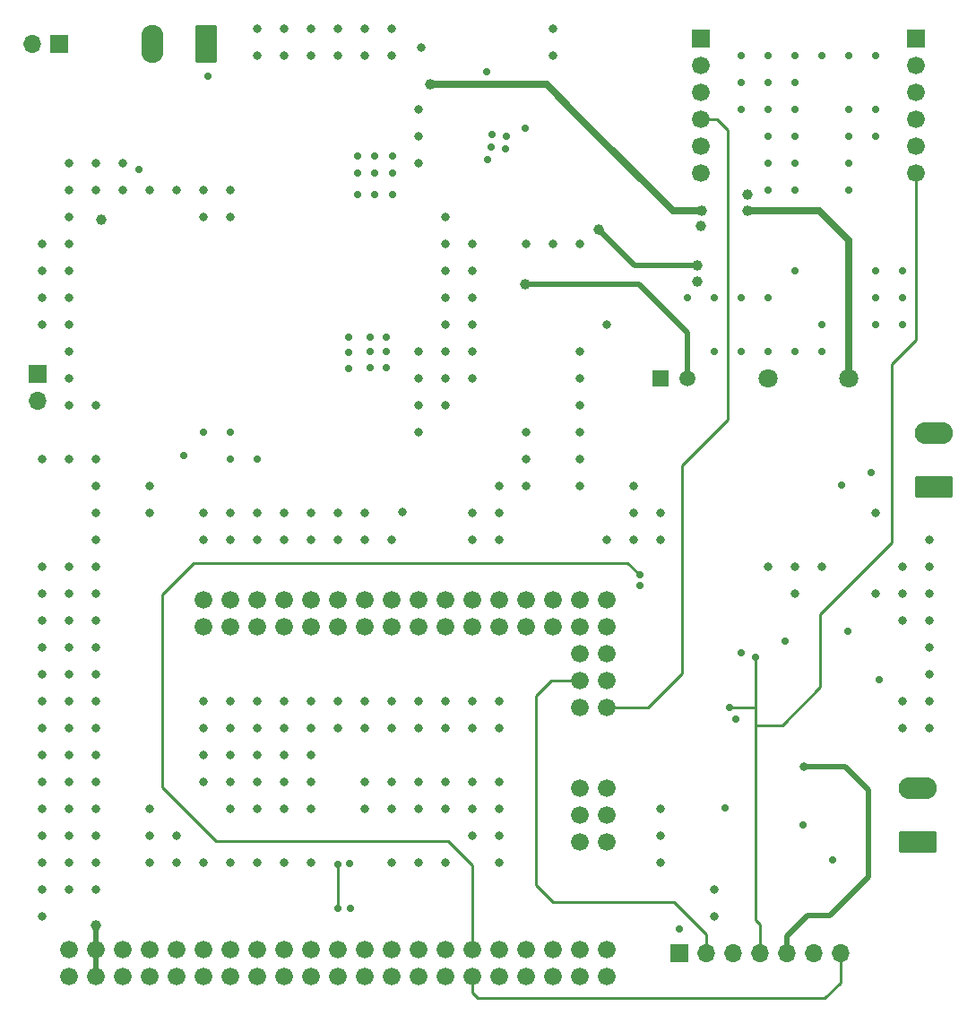
<source format=gbl>
G04 #@! TF.GenerationSoftware,KiCad,Pcbnew,(6.0.11)*
G04 #@! TF.CreationDate,2023-08-29T13:20:49-05:00*
G04 #@! TF.ProjectId,MB,4d422e6b-6963-4616-945f-706362585858,rev?*
G04 #@! TF.SameCoordinates,Original*
G04 #@! TF.FileFunction,Copper,L4,Bot*
G04 #@! TF.FilePolarity,Positive*
%FSLAX46Y46*%
G04 Gerber Fmt 4.6, Leading zero omitted, Abs format (unit mm)*
G04 Created by KiCad (PCBNEW (6.0.11)) date 2023-08-29 13:20:49*
%MOMM*%
%LPD*%
G01*
G04 APERTURE LIST*
G04 Aperture macros list*
%AMRoundRect*
0 Rectangle with rounded corners*
0 $1 Rounding radius*
0 $2 $3 $4 $5 $6 $7 $8 $9 X,Y pos of 4 corners*
0 Add a 4 corners polygon primitive as box body*
4,1,4,$2,$3,$4,$5,$6,$7,$8,$9,$2,$3,0*
0 Add four circle primitives for the rounded corners*
1,1,$1+$1,$2,$3*
1,1,$1+$1,$4,$5*
1,1,$1+$1,$6,$7*
1,1,$1+$1,$8,$9*
0 Add four rect primitives between the rounded corners*
20,1,$1+$1,$2,$3,$4,$5,0*
20,1,$1+$1,$4,$5,$6,$7,0*
20,1,$1+$1,$6,$7,$8,$9,0*
20,1,$1+$1,$8,$9,$2,$3,0*%
G04 Aperture macros list end*
G04 #@! TA.AperFunction,ComponentPad*
%ADD10R,1.700000X1.700000*%
G04 #@! TD*
G04 #@! TA.AperFunction,ComponentPad*
%ADD11O,1.700000X1.700000*%
G04 #@! TD*
G04 #@! TA.AperFunction,ComponentPad*
%ADD12RoundRect,0.249999X1.550001X-0.790001X1.550001X0.790001X-1.550001X0.790001X-1.550001X-0.790001X0*%
G04 #@! TD*
G04 #@! TA.AperFunction,ComponentPad*
%ADD13O,3.600000X2.080000*%
G04 #@! TD*
G04 #@! TA.AperFunction,ComponentPad*
%ADD14RoundRect,0.249999X0.790001X1.550001X-0.790001X1.550001X-0.790001X-1.550001X0.790001X-1.550001X0*%
G04 #@! TD*
G04 #@! TA.AperFunction,ComponentPad*
%ADD15O,2.080000X3.600000*%
G04 #@! TD*
G04 #@! TA.AperFunction,ComponentPad*
%ADD16R,1.508000X1.508000*%
G04 #@! TD*
G04 #@! TA.AperFunction,ComponentPad*
%ADD17C,1.508000*%
G04 #@! TD*
G04 #@! TA.AperFunction,ComponentPad*
%ADD18C,1.800000*%
G04 #@! TD*
G04 #@! TA.AperFunction,ComponentPad*
%ADD19C,1.676400*%
G04 #@! TD*
G04 #@! TA.AperFunction,ComponentPad*
%ADD20R,1.680000X1.680000*%
G04 #@! TD*
G04 #@! TA.AperFunction,ComponentPad*
%ADD21C,1.680000*%
G04 #@! TD*
G04 #@! TA.AperFunction,ViaPad*
%ADD22C,0.700000*%
G04 #@! TD*
G04 #@! TA.AperFunction,ViaPad*
%ADD23C,1.000000*%
G04 #@! TD*
G04 #@! TA.AperFunction,ViaPad*
%ADD24C,0.800000*%
G04 #@! TD*
G04 #@! TA.AperFunction,Conductor*
%ADD25C,0.500000*%
G04 #@! TD*
G04 #@! TA.AperFunction,Conductor*
%ADD26C,0.700000*%
G04 #@! TD*
G04 #@! TA.AperFunction,Conductor*
%ADD27C,0.293370*%
G04 #@! TD*
G04 APERTURE END LIST*
D10*
X192252600Y-117729000D03*
D11*
X194792600Y-117729000D03*
X197332600Y-117729000D03*
X199872600Y-117729000D03*
X202412600Y-117729000D03*
X204952600Y-117729000D03*
X207492600Y-117729000D03*
D12*
X216370400Y-73736200D03*
D13*
X216370400Y-68656200D03*
D14*
X147548600Y-31851600D03*
D15*
X142468600Y-31851600D03*
D16*
X190512400Y-63500200D03*
D17*
X193052400Y-63500200D03*
D18*
X200672400Y-63500200D03*
X208292400Y-63500200D03*
D19*
X142262200Y-119964200D03*
X142262200Y-117424200D03*
X139722200Y-119964200D03*
X139722200Y-117424200D03*
X185442200Y-102184200D03*
X147342200Y-84404200D03*
X147342200Y-86944200D03*
X149882200Y-84404200D03*
X149882200Y-86944200D03*
X152422200Y-84404200D03*
X152422200Y-86944200D03*
X154962200Y-84404200D03*
X154962200Y-86944200D03*
X157502200Y-84404200D03*
X157502200Y-86944200D03*
X160042200Y-84404200D03*
X160042200Y-86944200D03*
X162582200Y-84404200D03*
X162582200Y-86944200D03*
X165122200Y-84404200D03*
X165122200Y-86944200D03*
X144802200Y-117424200D03*
X149882200Y-117424200D03*
X149882200Y-119964200D03*
X152422200Y-117424200D03*
X152422200Y-119964200D03*
X154962200Y-117424200D03*
X154962200Y-119964200D03*
X157502200Y-117424200D03*
X157502200Y-119964200D03*
X160042200Y-117424200D03*
X160042200Y-119964200D03*
X162582200Y-117424200D03*
X162582200Y-119964200D03*
X165122200Y-117424200D03*
X165122200Y-119964200D03*
X167662200Y-117424200D03*
X167662200Y-119964200D03*
X170202200Y-117424200D03*
X170202200Y-119964200D03*
X172742200Y-117424200D03*
X172742200Y-119964200D03*
X175282200Y-117424200D03*
X175282200Y-119964200D03*
X177822200Y-117424200D03*
X177822200Y-119964200D03*
X180362200Y-117424200D03*
X180362200Y-119964200D03*
X182902200Y-117424200D03*
X182902200Y-119964200D03*
X185442200Y-117424200D03*
X185442200Y-119964200D03*
X167662200Y-84404200D03*
X167662200Y-86944200D03*
X170202200Y-84404200D03*
X170202200Y-86944200D03*
X172742200Y-84404200D03*
X172742200Y-86944200D03*
X175282200Y-84404200D03*
X175282200Y-86944200D03*
X177822200Y-84404200D03*
X177822200Y-86944200D03*
X180362200Y-84404200D03*
X180362200Y-86944200D03*
X182902200Y-84404200D03*
X182902200Y-86944200D03*
X185442200Y-84404200D03*
X185442200Y-86944200D03*
X185442200Y-89484200D03*
X182902200Y-89484200D03*
X185442200Y-92024200D03*
X182902200Y-92024200D03*
X185442200Y-94564200D03*
X182902200Y-94564200D03*
X137182200Y-119964200D03*
X137182200Y-117424200D03*
X185442200Y-107264200D03*
X182902200Y-102184200D03*
X185442200Y-104724200D03*
X182902200Y-107264200D03*
X144802200Y-119964200D03*
X147342200Y-117424200D03*
X182902200Y-104724200D03*
X147342200Y-119964200D03*
X134642200Y-119964200D03*
X134642200Y-117424200D03*
D12*
X214821000Y-107238800D03*
D13*
X214821000Y-102158800D03*
D20*
X194305200Y-31343400D03*
D21*
X194305200Y-33883400D03*
X194305200Y-36423400D03*
X194305200Y-38963400D03*
X194305200Y-41503400D03*
X194305200Y-44043400D03*
D20*
X214625200Y-31343400D03*
D21*
X214625200Y-33883400D03*
X214625200Y-36423400D03*
X214625200Y-38963400D03*
X214625200Y-41503400D03*
X214625200Y-44043400D03*
D10*
X133700200Y-31851600D03*
D11*
X131160200Y-31851600D03*
D10*
X131648200Y-63017400D03*
D11*
X131648200Y-65557400D03*
D22*
X203987400Y-105638600D03*
D23*
X198704200Y-47650400D03*
X168732200Y-35712400D03*
X194386200Y-47650400D03*
D24*
X215900000Y-91440000D03*
X182880000Y-68580000D03*
X149860000Y-93980000D03*
X134620000Y-55880000D03*
X137160000Y-66040000D03*
X165100000Y-109220000D03*
X157480000Y-93980000D03*
X160020000Y-78740000D03*
D22*
X196596000Y-104038400D03*
D24*
X213360000Y-96520000D03*
X157480000Y-78740000D03*
X167640000Y-40640000D03*
D22*
X200660000Y-60960000D03*
X208280000Y-43180000D03*
D24*
X147320000Y-109220000D03*
X147320000Y-99060000D03*
X203200000Y-83820000D03*
X154940000Y-96520000D03*
X132080000Y-101600000D03*
X182880000Y-73660000D03*
X215900000Y-93980000D03*
D22*
X193040000Y-55880000D03*
D24*
X137160000Y-111760000D03*
X162560000Y-104140000D03*
D22*
X163068000Y-60909200D03*
D24*
X213360000Y-93980000D03*
X170180000Y-101600000D03*
X215900000Y-83820000D03*
X167640000Y-43180000D03*
X157480000Y-99060000D03*
X187960000Y-76200000D03*
X147320000Y-45720000D03*
X162560000Y-33020000D03*
X132080000Y-104140000D03*
X147320000Y-48260000D03*
D22*
X200660000Y-38100000D03*
D24*
X172720000Y-53340000D03*
X154940000Y-30480000D03*
X170180000Y-48260000D03*
D22*
X161036000Y-61010800D03*
D23*
X137134600Y-115112800D03*
D24*
X132080000Y-96520000D03*
X134620000Y-104140000D03*
X132080000Y-81280000D03*
X157480000Y-101600000D03*
X154940000Y-109220000D03*
D22*
X203200000Y-60960000D03*
D24*
X162560000Y-101600000D03*
X132080000Y-50800000D03*
X172720000Y-101600000D03*
X170180000Y-53340000D03*
D22*
X174599600Y-40436800D03*
D24*
X167640000Y-93980000D03*
D22*
X161899600Y-44094400D03*
D24*
X182880000Y-66040000D03*
X132080000Y-99060000D03*
D22*
X203200000Y-35560000D03*
D24*
X157480000Y-104140000D03*
X134620000Y-45720000D03*
D23*
X193979800Y-54305200D03*
D24*
X165100000Y-30480000D03*
X134620000Y-86360000D03*
X190500000Y-104140000D03*
D23*
X198755000Y-46075600D03*
D24*
X157480000Y-109220000D03*
X190500000Y-76200000D03*
D22*
X192252600Y-115443000D03*
X200660000Y-35560000D03*
D24*
X182880000Y-60960000D03*
X139700000Y-45720000D03*
X203200000Y-81280000D03*
D22*
X205740000Y-60960000D03*
D24*
X167640000Y-68580000D03*
D22*
X174091600Y-34493200D03*
D24*
X175260000Y-93980000D03*
X167640000Y-101600000D03*
D22*
X141274800Y-43738800D03*
D24*
X134620000Y-60960000D03*
X213360000Y-81280000D03*
X144780000Y-106680000D03*
X149860000Y-101600000D03*
X182880000Y-71120000D03*
D22*
X208280000Y-38100000D03*
D24*
X177800000Y-71120000D03*
X170180000Y-63500000D03*
X132080000Y-71120000D03*
D22*
X164592000Y-62433200D03*
X200660000Y-45720000D03*
D24*
X152400000Y-30480000D03*
X162560000Y-93980000D03*
D22*
X174498000Y-41656000D03*
D24*
X149860000Y-99060000D03*
X167944800Y-32207200D03*
D22*
X200660000Y-33020000D03*
D24*
X132080000Y-111760000D03*
X142240000Y-76200000D03*
X160020000Y-33020000D03*
D22*
X208280000Y-33020000D03*
X207619600Y-73558400D03*
X211201000Y-91948000D03*
X164592000Y-59588400D03*
X210820000Y-58420000D03*
D24*
X137160000Y-81280000D03*
X147320000Y-78740000D03*
X177800000Y-73660000D03*
X142240000Y-73660000D03*
D22*
X147320000Y-68580000D03*
D24*
X142240000Y-45720000D03*
X154940000Y-99060000D03*
X167640000Y-104140000D03*
X213360000Y-86360000D03*
X177800000Y-68580000D03*
X172720000Y-55880000D03*
X162560000Y-76200000D03*
X134620000Y-83820000D03*
X134620000Y-58420000D03*
X187960000Y-73660000D03*
X167640000Y-96520000D03*
D22*
X210820000Y-38100000D03*
D24*
X132080000Y-93980000D03*
X137160000Y-88900000D03*
D22*
X197612000Y-95605600D03*
D24*
X149860000Y-96520000D03*
D22*
X208229200Y-87376000D03*
X175869600Y-41808400D03*
D24*
X152400000Y-99060000D03*
X149860000Y-76200000D03*
X172720000Y-50800000D03*
X137160000Y-83820000D03*
X157480000Y-76200000D03*
X134620000Y-43180000D03*
X154940000Y-76200000D03*
D22*
X200660000Y-40640000D03*
D24*
X132080000Y-86360000D03*
X172720000Y-63500000D03*
D22*
X165201600Y-42468800D03*
D24*
X152400000Y-93980000D03*
X175260000Y-106680000D03*
X182880000Y-63500000D03*
D22*
X213360000Y-55880000D03*
D24*
X170180000Y-50800000D03*
X170180000Y-109220000D03*
X162560000Y-30480000D03*
X132080000Y-91440000D03*
X134620000Y-66040000D03*
X154940000Y-93980000D03*
D22*
X203200000Y-45720000D03*
D24*
X167640000Y-66040000D03*
X134620000Y-48260000D03*
X175260000Y-78740000D03*
D22*
X213360000Y-58420000D03*
X161899600Y-42468800D03*
D24*
X162560000Y-78740000D03*
D22*
X163474400Y-46075600D03*
D24*
X137160000Y-73660000D03*
D22*
X195580000Y-60960000D03*
D24*
X175260000Y-73660000D03*
X137160000Y-76200000D03*
X147320000Y-96520000D03*
X134620000Y-53340000D03*
X134620000Y-91440000D03*
X165100000Y-78740000D03*
X152400000Y-76200000D03*
X154940000Y-78740000D03*
X137160000Y-93980000D03*
X152400000Y-96520000D03*
X137160000Y-109220000D03*
X154940000Y-104140000D03*
X165100000Y-33020000D03*
D22*
X175920400Y-40640000D03*
D24*
X172720000Y-106680000D03*
X134620000Y-93980000D03*
D22*
X203200000Y-38100000D03*
X208280000Y-45720000D03*
X188595000Y-83058000D03*
X210820000Y-40640000D03*
D24*
X137160000Y-45720000D03*
X132080000Y-55880000D03*
D22*
X200660000Y-43180000D03*
D24*
X167640000Y-60960000D03*
D22*
X203200000Y-40640000D03*
D24*
X210820000Y-83820000D03*
X187960000Y-78740000D03*
X132080000Y-114300000D03*
D22*
X205740000Y-58420000D03*
D24*
X215900000Y-81280000D03*
X144780000Y-45720000D03*
X170180000Y-93980000D03*
X170180000Y-60960000D03*
X172720000Y-93980000D03*
D22*
X198120000Y-38100000D03*
D24*
X172720000Y-58420000D03*
D22*
X149860000Y-68580000D03*
D24*
X132080000Y-58420000D03*
X134620000Y-109220000D03*
X195580000Y-114300000D03*
D22*
X208280000Y-40640000D03*
X210820000Y-33020000D03*
D23*
X194335400Y-49098200D03*
D22*
X163068000Y-59588400D03*
D24*
X170180000Y-96520000D03*
D22*
X164592000Y-60909200D03*
X200660000Y-55880000D03*
D24*
X149860000Y-104140000D03*
X139700000Y-43180000D03*
X132080000Y-83820000D03*
D22*
X198120000Y-55880000D03*
D24*
X195580000Y-111760000D03*
D22*
X213360000Y-53340000D03*
D24*
X180340000Y-33020000D03*
X157480000Y-30480000D03*
X147320000Y-101600000D03*
X185420000Y-78740000D03*
D22*
X198120000Y-60960000D03*
D24*
X134620000Y-50800000D03*
X154940000Y-33020000D03*
X215900000Y-86360000D03*
X137160000Y-101600000D03*
D22*
X161036000Y-62534800D03*
D24*
X147320000Y-76200000D03*
X160020000Y-76200000D03*
X167640000Y-109220000D03*
X175260000Y-104140000D03*
X182880000Y-50800000D03*
X134620000Y-88900000D03*
X149860000Y-78740000D03*
X132080000Y-53340000D03*
X137160000Y-96520000D03*
D22*
X177698400Y-39827200D03*
D24*
X149860000Y-45720000D03*
D22*
X152400000Y-71120000D03*
D24*
X137160000Y-104140000D03*
D22*
X149860000Y-71120000D03*
D24*
X160020000Y-93980000D03*
X165100000Y-93980000D03*
X132080000Y-88900000D03*
D22*
X174193200Y-42824400D03*
D24*
X177800000Y-50800000D03*
D22*
X198120000Y-89382600D03*
X205740000Y-33020000D03*
D24*
X144780000Y-109220000D03*
X185420000Y-58420000D03*
X152400000Y-104140000D03*
X172720000Y-60960000D03*
D22*
X203200000Y-53340000D03*
D24*
X175260000Y-96520000D03*
X180340000Y-50800000D03*
D22*
X163474400Y-44094400D03*
X163474400Y-42468800D03*
D24*
X142240000Y-104140000D03*
X137160000Y-78740000D03*
X147320000Y-93980000D03*
X166116000Y-76047600D03*
X175260000Y-109220000D03*
X170180000Y-66040000D03*
X170180000Y-104140000D03*
X175260000Y-101600000D03*
D22*
X195580000Y-55880000D03*
X210820000Y-53340000D03*
D24*
X134620000Y-111760000D03*
D22*
X210820000Y-55880000D03*
D24*
X152400000Y-101600000D03*
X205740000Y-81280000D03*
X180340000Y-30480000D03*
X165100000Y-101600000D03*
X172720000Y-96520000D03*
X215900000Y-96520000D03*
X149860000Y-48260000D03*
X200660000Y-81280000D03*
X134620000Y-101600000D03*
X172720000Y-76200000D03*
D23*
X137718800Y-48514000D03*
D22*
X147777200Y-34950400D03*
D24*
X137160000Y-86360000D03*
X137160000Y-91440000D03*
X132080000Y-109220000D03*
D22*
X198120000Y-35560000D03*
D24*
X157480000Y-33020000D03*
D22*
X161899600Y-46126400D03*
D24*
X170180000Y-58420000D03*
X134620000Y-99060000D03*
X213360000Y-83820000D03*
X137160000Y-43180000D03*
D22*
X161112200Y-109245400D03*
D24*
X142240000Y-109220000D03*
X165100000Y-104140000D03*
X134620000Y-81280000D03*
D22*
X145440400Y-70713600D03*
X206770200Y-108951800D03*
X165201600Y-44094400D03*
X210388200Y-72313800D03*
X165201600Y-46075600D03*
D24*
X149860000Y-109220000D03*
X172720000Y-104140000D03*
X134620000Y-96520000D03*
X215900000Y-88900000D03*
X160020000Y-30480000D03*
X167640000Y-63500000D03*
D22*
X161188400Y-113512600D03*
D24*
X137160000Y-106680000D03*
X162560000Y-96520000D03*
X142240000Y-106680000D03*
X134620000Y-71120000D03*
D22*
X163068000Y-62433200D03*
D24*
X132080000Y-106680000D03*
X152400000Y-78740000D03*
X152400000Y-33020000D03*
X190500000Y-78740000D03*
X157480000Y-96520000D03*
X154940000Y-101600000D03*
X152400000Y-109220000D03*
X134620000Y-63500000D03*
X165100000Y-96520000D03*
X170180000Y-55880000D03*
X175260000Y-76200000D03*
D22*
X203200000Y-43180000D03*
D24*
X167640000Y-38100000D03*
X137160000Y-71120000D03*
D22*
X202311000Y-88265000D03*
X161036000Y-59588400D03*
X203200000Y-33020000D03*
D24*
X172720000Y-78740000D03*
X190500000Y-109220000D03*
X134620000Y-106680000D03*
X190500000Y-106680000D03*
X210820000Y-76200000D03*
X137160000Y-99060000D03*
X215900000Y-78740000D03*
X160020000Y-96520000D03*
D22*
X198120000Y-33020000D03*
D24*
X204089000Y-100101400D03*
D23*
X177723800Y-54584600D03*
X193954400Y-52806600D03*
X184632600Y-49377600D03*
D22*
X197002400Y-94564200D03*
X199466200Y-89789000D03*
X188544200Y-82042000D03*
X160070800Y-109347000D03*
X160070800Y-113461800D03*
D25*
X202412600Y-116128800D02*
X202412600Y-117729000D01*
X204393800Y-114147600D02*
X202412600Y-116128800D01*
X210134200Y-110515400D02*
X206502000Y-114147600D01*
X207949800Y-100101400D02*
X210134200Y-102285800D01*
X204089000Y-100101400D02*
X207949800Y-100101400D01*
X206502000Y-114147600D02*
X204393800Y-114147600D01*
X210134200Y-102285800D02*
X210134200Y-110515400D01*
D26*
X168732200Y-35712400D02*
X179755800Y-35712400D01*
X179755800Y-35712400D02*
X182829200Y-38785800D01*
X205536800Y-47650400D02*
X208292400Y-50406000D01*
X191693800Y-47650400D02*
X194386200Y-47650400D01*
X198704200Y-47650400D02*
X205536800Y-47650400D01*
X208292400Y-50406000D02*
X208292400Y-63500200D01*
X182829200Y-38785800D02*
X191693800Y-47650400D01*
D25*
X137182200Y-117424200D02*
X137182200Y-115160400D01*
X137182200Y-119964200D02*
X137182200Y-117424200D01*
X137182200Y-115160400D02*
X137134600Y-115112800D01*
X177723800Y-54584600D02*
X188493400Y-54584600D01*
X193052400Y-59143600D02*
X193052400Y-63500200D01*
X188493400Y-54584600D02*
X193052400Y-59143600D01*
X184632600Y-49377600D02*
X188061600Y-52806600D01*
X188061600Y-52806600D02*
X193954400Y-52806600D01*
D27*
X178739800Y-111302800D02*
X180365400Y-112928400D01*
X191770000Y-112928400D02*
X194792600Y-115951000D01*
X178739800Y-93472000D02*
X178739800Y-111302800D01*
X194792600Y-115951000D02*
X194792600Y-117729000D01*
X182902200Y-92024200D02*
X180187600Y-92024200D01*
X180365400Y-112928400D02*
X191770000Y-112928400D01*
X180187600Y-92024200D02*
X178739800Y-93472000D01*
X192582800Y-71678800D02*
X196875400Y-67386200D01*
X196875400Y-40030400D02*
X195808400Y-38963400D01*
X196875400Y-67386200D02*
X196875400Y-40030400D01*
X192582800Y-91287600D02*
X192582800Y-71678800D01*
X185442200Y-94564200D02*
X189306200Y-94564200D01*
X189306200Y-94564200D02*
X192582800Y-91287600D01*
X195808400Y-38963400D02*
X194305200Y-38963400D01*
X202006200Y-96215200D02*
X205613000Y-92608400D01*
X212344000Y-78968600D02*
X212344000Y-62128400D01*
X199466200Y-96215200D02*
X199466200Y-114604800D01*
X199466200Y-114604800D02*
X199872600Y-115011200D01*
X199466200Y-94589600D02*
X199466200Y-96215200D01*
X205613000Y-85699600D02*
X212344000Y-78968600D01*
X199466200Y-89789000D02*
X199466200Y-94589600D01*
X205613000Y-92608400D02*
X205613000Y-85699600D01*
X212344000Y-62128400D02*
X214625200Y-59847200D01*
X199466200Y-96215200D02*
X202006200Y-96215200D01*
X214625200Y-59847200D02*
X214625200Y-44043400D01*
X199872600Y-115011200D02*
X199872600Y-117729000D01*
X197002400Y-94564200D02*
X199440800Y-94564200D01*
X199440800Y-94564200D02*
X199466200Y-94589600D01*
X206019400Y-121970800D02*
X207492600Y-120497600D01*
X173228000Y-121970800D02*
X206019400Y-121970800D01*
X207492600Y-120497600D02*
X207492600Y-117729000D01*
X172742200Y-119964200D02*
X172742200Y-121485000D01*
X172742200Y-121485000D02*
X173228000Y-121970800D01*
X143408400Y-102031800D02*
X148513800Y-107137200D01*
X188544200Y-82042000D02*
X187375800Y-80873600D01*
X187375800Y-80873600D02*
X146405600Y-80873600D01*
X148513800Y-107137200D02*
X170408600Y-107137200D01*
X143408400Y-83870800D02*
X143408400Y-102031800D01*
X170408600Y-107137200D02*
X172742200Y-109470800D01*
X172742200Y-109470800D02*
X172742200Y-117424200D01*
X146405600Y-80873600D02*
X143408400Y-83870800D01*
X160070800Y-109347000D02*
X160070800Y-113461800D01*
M02*

</source>
